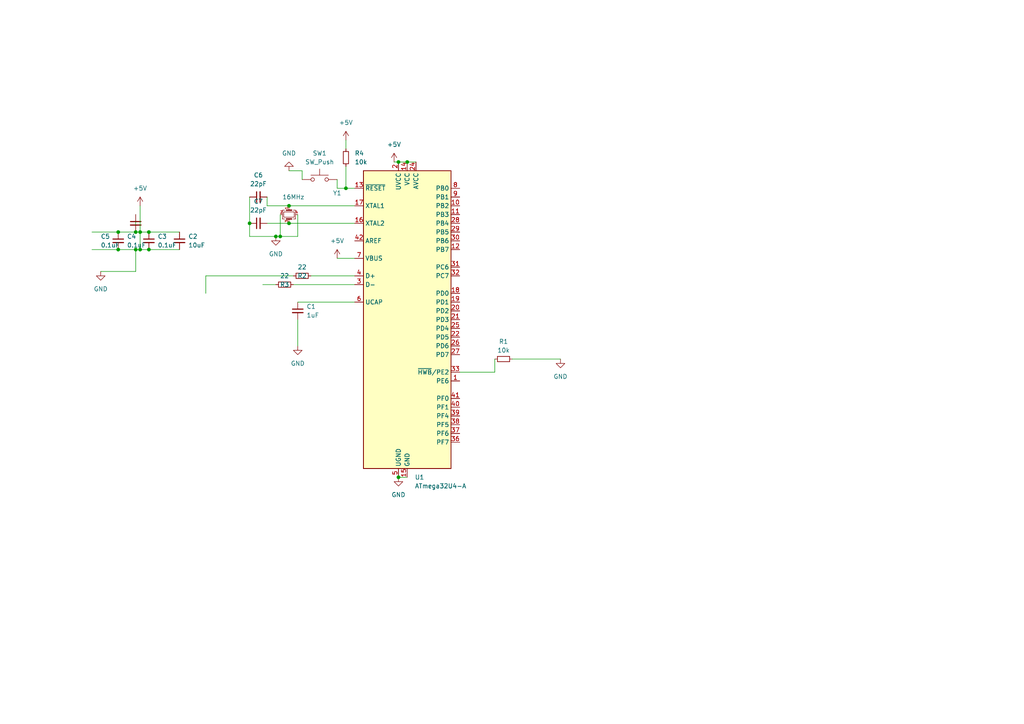
<source format=kicad_sch>
(kicad_sch (version 20230121) (generator eeschema)
  (paper "A4")
  (lib_symbols
    (symbol "Device:C_Small" (pin_numbers hide) (pin_names (offset 0.254) hide)
      (property "Reference" "C" (at 0.254 1.778 0))
      (property "Value" "C_Small" (at 0.254 -2.032 0))
      (symbol "C_Small_0_1"
        (polyline (pts (xy -1.524 -0.508) (xy 1.524 -0.508)) (stroke (width 0.3302)))
        (polyline (pts (xy -1.524 0.508) (xy 1.524 0.508)) (stroke (width 0.3048)))
      )
      (symbol "C_Small_1_1"
        (pin passive line (at 0 2.54 270) (length 2.032) (name "~") (number "1"))
        (pin passive line (at 0 -2.54 90) (length 2.032) (name "~") (number "2"))
      )
    )
    (symbol "Device:Crystal_GND24_Small" (pin_names (offset 1.016) hide)
      (property "Reference" "Y" (at 1.27 4.445 0))
      (property "Value" "Crystal_GND24_Small" (at 1.27 2.54 0))
      (symbol "Crystal_GND24_Small_0_1"
        (rectangle (start -0.762 -1.524) (end 0.762 1.524))
        (polyline (pts (xy -1.27 -0.762) (xy -1.27 0.762)) (stroke (width 0.381)))
        (polyline (pts (xy 1.27 -0.762) (xy 1.27 0.762)) (stroke (width 0.381)))
        (polyline (pts (xy -1.27 -1.27) (xy -1.27 -1.905) (xy 1.27 -1.905) (xy 1.27 -1.27)))
        (polyline (pts (xy -1.27 1.27) (xy -1.27 1.905) (xy 1.27 1.905) (xy 1.27 1.27)))
      )
      (symbol "Crystal_GND24_Small_1_1"
        (pin passive line (at -2.54 0 0) (length 1.27) (name "1") (number "1"))
        (pin passive line (at 0 -2.54 90) (length 0.635) (name "2") (number "2"))
        (pin passive line (at 2.54 0 180) (length 1.27) (name "3") (number "3"))
        (pin passive line (at 0 2.54 270) (length 0.635) (name "4") (number "4"))
      )
    )
    (symbol "Device:R_Small" (pin_numbers hide) (pin_names (offset 0.254) hide)
      (property "Reference" "R" (at 0.762 0.508 0))
      (property "Value" "R_Small" (at 0.762 -1.016 0))
      (symbol "R_Small_0_1"
        (rectangle (start -0.762 1.778) (end 0.762 -1.778) (stroke (width 0.2032)))
      )
      (symbol "R_Small_1_1"
        (pin passive line (at 0 2.54 270) (length 0.762) (name "~") (number "1"))
        (pin passive line (at 0 -2.54 90) (length 0.762) (name "~") (number "2"))
      )
    )
    (symbol "MCU_Microchip_ATmega:ATmega32U4-A"
      (property "Reference" "U" (at -12.7 44.45 0))
      (property "Value" "ATmega32U4-A" (at 2.54 -44.45 0))
      (symbol "ATmega32U4-A_0_1"
        (rectangle (start -12.7 -43.18) (end 12.7 43.18) (stroke (width 0.254)) (fill (type background)))
      )
      (symbol "ATmega32U4-A_1_1"
        (pin bidirectional line (at 15.24 -17.78 180) (length 2.54) (name "PE6") (number "1"))
        (pin bidirectional line (at 15.24 33.02 180) (length 2.54) (name "PB2") (number "10"))
        (pin bidirectional line (at 15.24 30.48 180) (length 2.54) (name "PB3") (number "11"))
        (pin bidirectional line (at 15.24 20.32 180) (length 2.54) (name "PB7") (number "12"))
        (pin input line (at -15.24 38.1 0) (length 2.54) (name "~{RESET}") (number "13"))
        (pin power_in line (at 0 45.72 270) (length 2.54) (name "VCC") (number "14"))
        (pin power_in line (at 0 -45.72 90) (length 2.54) (name "GND") (number "15"))
        (pin output line (at -15.24 27.94 0) (length 2.54) (name "XTAL2") (number "16"))
        (pin input line (at -15.24 33.02 0) (length 2.54) (name "XTAL1") (number "17"))
        (pin bidirectional line (at 15.24 7.62 180) (length 2.54) (name "PD0") (number "18"))
        (pin bidirectional line (at 15.24 5.08 180) (length 2.54) (name "PD1") (number "19"))
        (pin power_in line (at -2.54 45.72 270) (length 2.54) (name "UVCC") (number "2"))
        (pin bidirectional line (at 15.24 2.54 180) (length 2.54) (name "PD2") (number "20"))
        (pin bidirectional line (at 15.24 0 180) (length 2.54) (name "PD3") (number "21"))
        (pin bidirectional line (at 15.24 -5.08 180) (length 2.54) (name "PD5") (number "22"))
        (pin passive line (at 0 -45.72 90) (length 2.54) hide (name "GND") (number "23"))
        (pin power_in line (at 2.54 45.72 270) (length 2.54) (name "AVCC") (number "24"))
        (pin bidirectional line (at 15.24 -2.54 180) (length 2.54) (name "PD4") (number "25"))
        (pin bidirectional line (at 15.24 -7.62 180) (length 2.54) (name "PD6") (number "26"))
        (pin bidirectional line (at 15.24 -10.16 180) (length 2.54) (name "PD7") (number "27"))
        (pin bidirectional line (at 15.24 27.94 180) (length 2.54) (name "PB4") (number "28"))
        (pin bidirectional line (at 15.24 25.4 180) (length 2.54) (name "PB5") (number "29"))
        (pin bidirectional line (at -15.24 10.16 0) (length 2.54) (name "D-") (number "3"))
        (pin bidirectional line (at 15.24 22.86 180) (length 2.54) (name "PB6") (number "30"))
        (pin bidirectional line (at 15.24 15.24 180) (length 2.54) (name "PC6") (number "31"))
        (pin bidirectional line (at 15.24 12.7 180) (length 2.54) (name "PC7") (number "32"))
        (pin bidirectional line (at 15.24 -15.24 180) (length 2.54) (name "~{HWB}/PE2") (number "33"))
        (pin passive line (at 0 45.72 270) (length 2.54) hide (name "VCC") (number "34"))
        (pin passive line (at 0 -45.72 90) (length 2.54) hide (name "GND") (number "35"))
        (pin bidirectional line (at 15.24 -35.56 180) (length 2.54) (name "PF7") (number "36"))
        (pin bidirectional line (at 15.24 -33.02 180) (length 2.54) (name "PF6") (number "37"))
        (pin bidirectional line (at 15.24 -30.48 180) (length 2.54) (name "PF5") (number "38"))
        (pin bidirectional line (at 15.24 -27.94 180) (length 2.54) (name "PF4") (number "39"))
        (pin bidirectional line (at -15.24 12.7 0) (length 2.54) (name "D+") (number "4"))
        (pin bidirectional line (at 15.24 -25.4 180) (length 2.54) (name "PF1") (number "40"))
        (pin bidirectional line (at 15.24 -22.86 180) (length 2.54) (name "PF0") (number "41"))
        (pin passive line (at -15.24 22.86 0) (length 2.54) (name "AREF") (number "42"))
        (pin passive line (at 0 -45.72 90) (length 2.54) hide (name "GND") (number "43"))
        (pin passive line (at 2.54 45.72 270) (length 2.54) hide (name "AVCC") (number "44"))
        (pin passive line (at -2.54 -45.72 90) (length 2.54) (name "UGND") (number "5"))
        (pin passive line (at -15.24 5.08 0) (length 2.54) (name "UCAP") (number "6"))
        (pin input line (at -15.24 17.78 0) (length 2.54) (name "VBUS") (number "7"))
        (pin bidirectional line (at 15.24 38.1 180) (length 2.54) (name "PB0") (number "8"))
        (pin bidirectional line (at 15.24 35.56 180) (length 2.54) (name "PB1") (number "9"))
      )
    )
    (symbol "Switch:SW_Push" (pin_numbers hide) (pin_names (offset 1.016) hide)
      (property "Reference" "SW" (at 1.27 2.54 0))
      (property "Value" "SW_Push" (at 0 -1.524 0))
      (symbol "SW_Push_0_1"
        (circle (center -2.032 0) (radius 0.508))
        (polyline (pts (xy 0 1.27) (xy 0 3.048)))
        (polyline (pts (xy 2.54 1.27) (xy -2.54 1.27)))
        (circle (center 2.032 0) (radius 0.508))
        (pin passive line (at -5.08 0 0) (length 2.54) (name "1") (number "1"))
        (pin passive line (at 5.08 0 180) (length 2.54) (name "2") (number "2"))
      )
    )
    (symbol "power:+5V" (power) (pin_names (offset 0))
      (property "Value" "+5V" (at 0 3.556 0))
      (symbol "+5V_0_1"
        (polyline (pts (xy -0.762 1.27) (xy 0 2.54)))
        (polyline (pts (xy 0 0) (xy 0 2.54)))
        (polyline (pts (xy 0 2.54) (xy 0.762 1.27)))
      )
      (symbol "+5V_1_1"
        (pin power_in line (at 0 0 90) (length 0) hide (name "+5V") (number "1"))
      )
    )
    (symbol "power:GND" (power) (pin_names (offset 0))
      (property "Value" "GND" (at 0 -3.81 0))
      (symbol "GND_0_1"
        (polyline (pts (xy 0 0) (xy 0 -1.27) (xy 1.27 -1.27) (xy 0 -2.54) (xy -1.27 -1.27) (xy 0 -1.27)))
      )
      (symbol "GND_1_1"
        (pin power_in line (at 0 0 270) (length 0) hide (name "GND") (number "1"))
      )
    )
  )
  (junction (at 118.11 46.99))
  (junction (at 83.82 59.69))
  (junction (at 34.29 72.39))
  (junction (at 115.57 138.43))
  (junction (at 83.82 64.77))
  (junction (at 34.29 67.31))
  (junction (at 115.57 46.99))
  (junction (at 100.33 54.61))
  (junction (at 43.18 72.39))
  (junction (at 43.18 67.31))
  (junction (at 81.28 68.58))
  (junction (at 39.37 67.31))
  (junction (at 40.64 67.31))
  (junction (at 39.37 72.39))
  (junction (at 72.39 64.77))
  (junction (at 40.64 72.39))
  (junction (at 80.01 68.58))
  (wire (pts (xy 43.18 67.31) (xy 52.07 67.31)))
  (wire (pts (xy 83.82 64.77) (xy 102.87 64.77)))
  (wire (pts (xy 40.64 59.69) (xy 40.64 67.31)))
  (wire (pts (xy 26.67 72.39) (xy 34.29 72.39)))
  (wire (pts (xy 81.28 68.58) (xy 86.36 68.58)))
  (wire (pts (xy 97.79 74.93) (xy 102.87 74.93)))
  (wire (pts (xy 83.82 59.69) (xy 102.87 59.69)))
  (wire (pts (xy 133.35 107.95) (xy 143.51 107.95)))
  (wire (pts (xy 72.39 64.77) (xy 72.39 68.58)))
  (wire (pts (xy 115.57 46.99) (xy 118.11 46.99)))
  (wire (pts (xy 39.37 67.31) (xy 39.37 62.23)))
  (wire (pts (xy 100.33 54.61) (xy 97.79 54.61)))
  (wire (pts (xy 43.18 72.39) (xy 52.07 72.39)))
  (wire (pts (xy 26.67 67.31) (xy 34.29 67.31)))
  (wire (pts (xy 34.29 72.39) (xy 39.37 72.39)))
  (wire (pts (xy 72.39 68.58) (xy 80.01 68.58)))
  (wire (pts (xy 86.36 92.71) (xy 86.36 100.33)))
  (wire (pts (xy 100.33 40.64) (xy 100.33 43.18)))
  (wire (pts (xy 83.82 49.53) (xy 87.63 49.53)))
  (wire (pts (xy 115.57 138.43) (xy 118.11 138.43)))
  (wire (pts (xy 80.01 68.58) (xy 81.28 68.58)))
  (wire (pts (xy 29.21 78.74) (xy 39.37 78.74)))
  (wire (pts (xy 59.69 80.01) (xy 85.09 80.01)))
  (wire (pts (xy 97.79 54.61) (xy 97.79 52.07)))
  (wire (pts (xy 87.63 49.53) (xy 87.63 52.07)))
  (wire (pts (xy 85.09 82.55) (xy 102.87 82.55)))
  (wire (pts (xy 40.64 67.31) (xy 39.37 67.31)))
  (wire (pts (xy 114.3 46.99) (xy 115.57 46.99)))
  (wire (pts (xy 40.64 72.39) (xy 40.64 67.31)))
  (wire (pts (xy 148.59 104.14) (xy 162.56 104.14)))
  (wire (pts (xy 81.28 62.23) (xy 81.28 68.58)))
  (wire (pts (xy 102.87 54.61) (xy 100.33 54.61)))
  (wire (pts (xy 77.47 64.77) (xy 83.82 64.77)))
  (wire (pts (xy 118.11 46.99) (xy 120.65 46.99)))
  (wire (pts (xy 143.51 107.95) (xy 143.51 104.14)))
  (wire (pts (xy 76.2 82.55) (xy 80.01 82.55)))
  (wire (pts (xy 77.47 59.69) (xy 77.47 57.15)))
  (wire (pts (xy 86.36 62.23) (xy 86.36 68.58)))
  (wire (pts (xy 40.64 72.39) (xy 43.18 72.39)))
  (wire (pts (xy 59.69 85.09) (xy 59.69 80.01)))
  (wire (pts (xy 90.17 80.01) (xy 102.87 80.01)))
  (wire (pts (xy 39.37 72.39) (xy 40.64 72.39)))
  (wire (pts (xy 100.33 48.26) (xy 100.33 54.61)))
  (wire (pts (xy 72.39 57.15) (xy 72.39 64.77)))
  (wire (pts (xy 83.82 59.69) (xy 77.47 59.69)))
  (wire (pts (xy 40.64 67.31) (xy 43.18 67.31)))
  (wire (pts (xy 86.36 87.63) (xy 102.87 87.63)))
  (wire (pts (xy 34.29 67.31) (xy 39.37 67.31)))
  (wire (pts (xy 39.37 78.74) (xy 39.37 72.39)))
  (symbol (lib_id "Device:R_Small") (at 100.33 45.72 0) (unit 1)
    (property "Reference" "R4" (at 102.87 44.45 0) (effects (justify left)))
    (property "Value" "10k" (at 102.87 46.99 0) (effects (justify left)))
  )
  (symbol (lib_id "Device:C_Small") (at 34.29 69.85 0) (unit 1)
    (property "Reference" "C4" (at 36.83 68.5863 0) (effects (justify left)))
    (property "Value" "0.1uF" (at 36.83 71.1263 0) (effects (justify left)))
  )
  (symbol (lib_id "power:+5V") (at 40.64 59.69 0) (unit 1)
    (property "Reference" "#PWR06" (effects hide))
    (property "Value" "+5V" (at 40.64 54.61 0))
  )
  (symbol (lib_id "power:GND") (at 115.57 138.43 0) (unit 1)
    (property "Reference" "#PWR02" (effects hide))
    (property "Value" "GND" (at 115.57 143.51 0))
  )
  (symbol (lib_id "Device:R_Small") (at 146.05 104.14 90) (unit 1)
    (property "Reference" "R1" (at 146.05 99.06 90))
    (property "Value" "10k" (at 146.05 101.6 90))
  )
  (symbol (lib_id "power:+5V") (at 114.3 46.99 0) (unit 1)
    (property "Reference" "#PWR01" (effects hide))
    (property "Value" "+5V" (at 114.3 41.91 0))
  )
  (symbol (lib_id "Device:R_Small") (at 87.63 80.01 90) (unit 1)
    (property "Reference" "R2" (at 87.63 80.01 90))
    (property "Value" "22" (at 87.63 77.47 90))
  )
  (symbol (lib_id "power:GND") (at 80.01 68.58 0) (unit 1)
    (property "Reference" "#PWR08" (effects hide))
    (property "Value" "GND" (at 80.01 73.66 0))
  )
  (symbol (lib_id "Device:C_Small") (at 52.07 69.85 0) (unit 1)
    (property "Reference" "C2" (at 54.61 68.5863 0) (effects (justify left)))
    (property "Value" "10uF" (at 54.61 71.1263 0) (effects (justify left)))
  )
  (symbol (lib_id "Device:C_Small") (at 74.93 57.15 90) (unit 1)
    (property "Reference" "C6" (at 74.9363 50.8 90))
    (property "Value" "22pF" (at 74.9363 53.34 90))
  )
  (symbol (lib_id "power:GND") (at 83.82 49.53 180) (unit 1)
    (property "Reference" "#PWR010" (effects hide))
    (property "Value" "GND" (at 83.82 44.45 0))
  )
  (symbol (lib_id "Device:C_Small") (at 43.18 69.85 0) (unit 1)
    (property "Reference" "C3" (at 45.72 68.5863 0) (effects (justify left)))
    (property "Value" "0.1uF" (at 45.72 71.1263 0) (effects (justify left)))
  )
  (symbol (lib_id "power:GND") (at 29.21 78.74 0) (unit 1)
    (property "Reference" "#PWR05" (effects hide))
    (property "Value" "GND" (at 29.21 83.82 0))
  )
  (symbol (lib_id "power:+5V") (at 100.33 40.64 0) (unit 1)
    (property "Reference" "#PWR09" (effects hide))
    (property "Value" "+5V" (at 100.33 35.56 0))
  )
  (symbol (lib_id "MCU_Microchip_ATmega:ATmega32U4-A") (at 118.11 92.71 0) (unit 1)
    (property "Reference" "U1" (at 120.3041 138.43 0) (effects (justify left)))
    (property "Value" "ATmega32U4-A" (at 120.3041 140.97 0) (effects (justify left)))
    (property "Footprint" "Package_QFP:TQFP-44_10x10mm_P0.8mm" (effects hide))
    (property "Datasheet" "http://ww1.microchip.com/downloads/en/DeviceDoc/Atmel-7766-8-bit-AVR-ATmega16U4-32U4_Datasheet.pdf" (effects hide))
  )
  (symbol (lib_id "Device:Crystal_GND24_Small") (at 83.82 62.23 270) (unit 1)
    (property "Reference" "Y1" (at 97.79 56.0003 90))
    (property "Value" "16MHz" (at 85.09 57.15 90))
  )
  (symbol (lib_id "Switch:SW_Push") (at 92.71 52.07 0) (unit 1)
    (property "Reference" "SW1" (at 92.71 44.45 0))
    (property "Value" "SW_Push" (at 92.71 46.99 0))
  )
  (symbol (lib_id "Device:C_Small") (at 39.37 64.77 0) (unit 1)
    (property "Reference" "C5" (at 29.21 68.5863 0) (effects (justify left)))
    (property "Value" "0.1uF" (at 29.21 71.1263 0) (effects (justify left)))
  )
  (symbol (lib_id "power:GND") (at 86.36 100.33 0) (unit 1)
    (property "Reference" "#PWR04" (effects hide))
    (property "Value" "GND" (at 86.36 105.41 0))
  )
  (symbol (lib_id "Device:C_Small") (at 86.36 90.17 0) (unit 1)
    (property "Reference" "C1" (at 88.9 88.9063 0) (effects (justify left)))
    (property "Value" "1uF" (at 88.9 91.4463 0) (effects (justify left)))
  )
  (symbol (lib_id "power:GND") (at 162.56 104.14 0) (unit 1)
    (property "Reference" "#PWR03" (effects hide))
    (property "Value" "GND" (at 162.56 109.22 0))
  )
  (symbol (lib_id "power:+5V") (at 97.79 74.93 0) (unit 1)
    (property "Reference" "#PWR07" (effects hide))
    (property "Value" "+5V" (at 97.79 69.85 0))
  )
  (symbol (lib_id "Device:R_Small") (at 82.55 82.55 90) (unit 1)
    (property "Reference" "R3" (at 82.55 82.55 90))
    (property "Value" "22" (at 82.55 80.01 90))
  )
  (symbol (lib_id "Device:C_Small") (at 74.93 64.77 90) (unit 1)
    (property "Reference" "C7" (at 74.9363 58.42 90))
    (property "Value" "22pF" (at 74.9363 60.96 90))
  )
)
</source>
